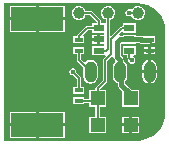
<source format=gbl>
G04*
G04 #@! TF.GenerationSoftware,Altium Limited,Altium Designer,25.1.2 (22)*
G04*
G04 Layer_Physical_Order=2*
G04 Layer_Color=16711680*
%FSLAX44Y44*%
%MOMM*%
G71*
G04*
G04 #@! TF.SameCoordinates,AE164387-2BA8-4131-8792-411A74241D84*
G04*
G04*
G04 #@! TF.FilePolarity,Positive*
G04*
G01*
G75*
%ADD16C,0.1500*%
%ADD17O,1.0000X1.8000*%
%ADD18C,0.4000*%
%ADD19R,0.9000X0.6000*%
%ADD20R,4.5000X2.0000*%
%ADD21C,1.0000*%
%ADD22R,1.2000X1.2000*%
%ADD23R,0.7000X0.4000*%
%ADD24C,0.4000*%
G36*
X249533Y117788D02*
X253892Y116466D01*
X257909Y114319D01*
X261430Y111430D01*
X264319Y107909D01*
X266466Y103892D01*
X267788Y99533D01*
X268228Y95064D01*
X268216Y95000D01*
Y25000D01*
X268228Y24936D01*
X267788Y20467D01*
X266466Y16108D01*
X264319Y12091D01*
X261430Y8571D01*
X257909Y5681D01*
X253892Y3534D01*
X249533Y2212D01*
X245065Y1771D01*
X245000Y1784D01*
X131784Y1784D01*
Y118216D01*
X245000D01*
X245065Y118229D01*
X249533Y117788D01*
D02*
G37*
%LPC*%
G36*
X246194Y116000D02*
X243806D01*
X241601Y115087D01*
X239914Y113399D01*
X238333Y112902D01*
X238097Y113000D01*
X236903D01*
X235801Y112543D01*
X234957Y111699D01*
X234500Y110597D01*
Y109403D01*
X234957Y108301D01*
X235801Y107457D01*
X236903Y107000D01*
X238097D01*
X238333Y107098D01*
X239914Y106601D01*
X241601Y104914D01*
X243806Y104000D01*
X246194D01*
X248399Y104914D01*
X250086Y106601D01*
X251000Y108806D01*
Y111194D01*
X250086Y113399D01*
X248399Y115087D01*
X246194Y116000D01*
D02*
G37*
G36*
X183500Y115750D02*
X161270D01*
Y106020D01*
X183500D01*
Y115750D01*
D02*
G37*
G36*
X158730D02*
X136500D01*
Y106020D01*
X158730D01*
Y115750D01*
D02*
G37*
G36*
X221194Y116000D02*
X218806D01*
X216601Y115087D01*
X214913Y113399D01*
X214000Y111194D01*
Y108806D01*
X214913Y106601D01*
X216601Y104914D01*
X217716Y104452D01*
Y102181D01*
X217500Y101000D01*
X216446Y101000D01*
X213784D01*
Y103000D01*
X213648Y103683D01*
X213262Y104262D01*
X206262Y111262D01*
X205683Y111649D01*
X205000Y111784D01*
X200755D01*
X200086Y113399D01*
X198399Y115087D01*
X196194Y116000D01*
X193806D01*
X191601Y115087D01*
X189913Y113399D01*
X189000Y111194D01*
Y108806D01*
X189913Y106601D01*
X191601Y104914D01*
X193806Y104000D01*
X196194D01*
X198399Y104914D01*
X200086Y106601D01*
X200755Y108216D01*
X204261D01*
X210207Y102270D01*
X210194Y101000D01*
X206500D01*
Y98784D01*
X202000D01*
X201317Y98649D01*
X200738Y98262D01*
X193738Y91262D01*
X193351Y90683D01*
X193216Y90000D01*
X190500D01*
Y84000D01*
X199500D01*
Y90000D01*
X199183D01*
X198697Y91173D01*
X202739Y95216D01*
X206500D01*
Y93000D01*
X216233Y93000D01*
X216676Y92250D01*
X216233Y91500D01*
X213270D01*
Y87500D01*
Y83500D01*
X216233Y83500D01*
X216676Y82750D01*
X216233Y82000D01*
X206500D01*
Y74000D01*
X216276D01*
X216880Y74000D01*
X217717Y72952D01*
X217698Y72721D01*
X216238Y71262D01*
X215851Y70683D01*
X215716Y70000D01*
Y53239D01*
X209738Y47262D01*
X209352Y46683D01*
X209216Y46000D01*
Y44500D01*
X204000D01*
Y36784D01*
X199500D01*
Y38500D01*
X190500D01*
Y32500D01*
X199500D01*
Y33216D01*
X204000D01*
Y30500D01*
X209216D01*
Y22000D01*
X204000D01*
Y8000D01*
X218000D01*
Y22000D01*
X212784D01*
Y30500D01*
X218000D01*
Y44500D01*
X213819D01*
X213293Y45770D01*
X218762Y51238D01*
X219149Y51817D01*
X219284Y52500D01*
Y69261D01*
X223171Y73148D01*
X224441Y72622D01*
Y72500D01*
X224441Y72500D01*
X224674Y71329D01*
X225337Y70337D01*
X225970Y69704D01*
X225846Y68440D01*
X225674Y68326D01*
X224348Y66341D01*
X223883Y64000D01*
Y56000D01*
X224348Y53659D01*
X225674Y51674D01*
X227659Y50348D01*
X228089Y50262D01*
Y48852D01*
X228089Y48852D01*
X228322Y47681D01*
X228985Y46689D01*
X232000Y43674D01*
Y30500D01*
X246000D01*
Y44500D01*
X239826D01*
X234207Y50119D01*
Y51595D01*
X234326Y51674D01*
X235652Y53659D01*
X236117Y56000D01*
Y64000D01*
X235652Y66341D01*
X234326Y68326D01*
X233059Y69172D01*
Y70000D01*
X233059Y70000D01*
X232826Y71171D01*
X232163Y72163D01*
X230559Y73767D01*
Y83422D01*
X231230Y84074D01*
X232500Y83616D01*
Y83500D01*
X243500D01*
Y84441D01*
X246430D01*
X246829Y84174D01*
X248000Y83941D01*
X255000D01*
X255296Y84000D01*
X259500D01*
Y90000D01*
X255296D01*
X255000Y90059D01*
X249070D01*
X248671Y90326D01*
X247500Y90559D01*
X247500Y90559D01*
X243500D01*
Y91500D01*
X232500D01*
Y90559D01*
X230000D01*
X230000Y90559D01*
X229848Y90528D01*
X229222Y91699D01*
X231327Y93803D01*
X232500Y93317D01*
Y93000D01*
X243500D01*
Y101000D01*
X232500D01*
Y98784D01*
X232000D01*
X231317Y98649D01*
X230738Y98262D01*
X222458Y89981D01*
X221284Y90467D01*
Y104038D01*
X223399Y104914D01*
X225086Y106601D01*
X226000Y108806D01*
Y111194D01*
X225086Y113399D01*
X223399Y115087D01*
X221194Y116000D01*
D02*
G37*
G36*
X183500Y103480D02*
X161270D01*
Y93750D01*
X183500D01*
Y103480D01*
D02*
G37*
G36*
X158730D02*
X136500D01*
Y93750D01*
X158730D01*
Y103480D01*
D02*
G37*
G36*
X210730Y91500D02*
X206500D01*
Y88770D01*
X210730D01*
Y91500D01*
D02*
G37*
G36*
Y86230D02*
X206500D01*
Y83500D01*
X210730D01*
Y86230D01*
D02*
G37*
G36*
X259500Y81000D02*
X256270D01*
Y79270D01*
X259500D01*
Y81000D01*
D02*
G37*
G36*
X253730D02*
X250500D01*
Y79270D01*
X253730D01*
Y81000D01*
D02*
G37*
G36*
X259500Y76730D02*
X256270D01*
Y75000D01*
X259500D01*
Y76730D01*
D02*
G37*
G36*
X253730D02*
X250500D01*
Y75000D01*
X253730D01*
Y76730D01*
D02*
G37*
G36*
X243500Y82000D02*
X232500D01*
Y74000D01*
X236216D01*
Y72000D01*
X236352Y71317D01*
X236738Y70738D01*
X237000Y70477D01*
Y69403D01*
X237457Y68301D01*
X238301Y67457D01*
X239403Y67000D01*
X240597D01*
X241699Y67457D01*
X242543Y68301D01*
X243000Y69403D01*
Y70597D01*
X242543Y71699D01*
X241699Y72543D01*
X241249Y72730D01*
X241501Y74000D01*
X243500D01*
Y82000D01*
D02*
G37*
G36*
X256270Y69865D02*
Y61270D01*
X261117D01*
Y64000D01*
X260652Y66341D01*
X259326Y68326D01*
X257341Y69652D01*
X256270Y69865D01*
D02*
G37*
G36*
X253730D02*
X252659Y69652D01*
X250674Y68326D01*
X249348Y66341D01*
X248883Y64000D01*
Y61270D01*
X253730D01*
Y69865D01*
D02*
G37*
G36*
X261117Y58730D02*
X256270D01*
Y50135D01*
X257341Y50348D01*
X259326Y51674D01*
X260652Y53659D01*
X261117Y56000D01*
Y58730D01*
D02*
G37*
G36*
X253730D02*
X248883D01*
Y56000D01*
X249348Y53659D01*
X250674Y51674D01*
X252659Y50348D01*
X253730Y50135D01*
Y58730D01*
D02*
G37*
G36*
X199500Y81000D02*
X190500D01*
Y75000D01*
X193216D01*
Y70000D01*
X193351Y69317D01*
X193738Y68738D01*
X198883Y63594D01*
Y56000D01*
X199348Y53659D01*
X200674Y51674D01*
X202659Y50348D01*
X205000Y49882D01*
X207341Y50348D01*
X209326Y51674D01*
X210652Y53659D01*
X211117Y56000D01*
Y64000D01*
X210652Y66341D01*
X209326Y68326D01*
X207341Y69652D01*
X205000Y70118D01*
X202659Y69652D01*
X200674Y68326D01*
X200639Y68273D01*
X199375Y68148D01*
X196784Y70739D01*
Y75000D01*
X199500D01*
Y81000D01*
D02*
G37*
G36*
X190597Y63000D02*
X189403D01*
X188301Y62543D01*
X187457Y61699D01*
X187000Y60597D01*
Y59403D01*
X187457Y58301D01*
X188301Y57457D01*
X189403Y57000D01*
X190477D01*
X193216Y54261D01*
Y47500D01*
X190500D01*
Y41500D01*
X199500D01*
Y47500D01*
X196784D01*
Y55000D01*
X196649Y55683D01*
X196262Y56262D01*
X193000Y59523D01*
Y60597D01*
X192543Y61699D01*
X191699Y62543D01*
X190597Y63000D01*
D02*
G37*
G36*
X183500Y26250D02*
X161270D01*
Y16520D01*
X183500D01*
Y26250D01*
D02*
G37*
G36*
X158730D02*
X136500D01*
Y16520D01*
X158730D01*
Y26250D01*
D02*
G37*
G36*
X246000Y22000D02*
X240270D01*
Y16270D01*
X246000D01*
Y22000D01*
D02*
G37*
G36*
X237730D02*
X232000D01*
Y16270D01*
X237730D01*
Y22000D01*
D02*
G37*
G36*
X246000Y13730D02*
X240270D01*
Y8000D01*
X246000D01*
Y13730D01*
D02*
G37*
G36*
X237730D02*
X232000D01*
Y8000D01*
X237730D01*
Y13730D01*
D02*
G37*
G36*
X183500Y13980D02*
X161270D01*
Y4250D01*
X183500D01*
Y13980D01*
D02*
G37*
G36*
X158730D02*
X136500D01*
Y4250D01*
X158730D01*
Y13980D01*
D02*
G37*
%LPD*%
D16*
X211000Y37500D02*
Y46000D01*
X195500Y35000D02*
X211000D01*
Y37500D01*
Y15000D02*
Y35000D01*
X238000Y72000D02*
X240000Y70000D01*
X238000Y72000D02*
Y78000D01*
X195000Y110000D02*
X205000D01*
X212000Y97000D02*
Y103000D01*
X205000Y110000D02*
X212000Y103000D01*
X219500Y109500D02*
X220000Y110000D01*
X237500D02*
X245000D01*
X237500Y77500D02*
X238000Y78000D01*
X217500Y70000D02*
X222500Y75000D01*
Y87500D01*
X232000Y97000D01*
X218000Y78000D02*
X219500Y79500D01*
Y109500D01*
X232000Y97000D02*
X238000D01*
X211000Y46000D02*
X217500Y52500D01*
Y70000D01*
X212000Y78000D02*
X218000D01*
X195000Y70000D02*
X205000Y60000D01*
X195000Y70000D02*
Y78000D01*
Y87000D02*
Y90000D01*
X202000Y97000D01*
X212000D01*
X190000Y60000D02*
X195000Y55000D01*
Y44500D02*
Y55000D01*
Y35500D02*
X195500Y35000D01*
D17*
X255000Y60000D02*
D03*
X230000D02*
D03*
X205000D02*
D03*
D18*
X240000Y70000D02*
D03*
X237500Y110000D02*
D03*
X190000Y60000D02*
D03*
D19*
X238000Y78000D02*
D03*
X212000Y97000D02*
D03*
Y87500D02*
D03*
Y78000D02*
D03*
X238000Y97000D02*
D03*
Y87500D02*
D03*
D20*
X160000Y104750D02*
D03*
Y15250D02*
D03*
D21*
X245000Y110000D02*
D03*
X220000D02*
D03*
X195000D02*
D03*
D22*
X239000Y37500D02*
D03*
X211000D02*
D03*
Y15000D02*
D03*
X239000D02*
D03*
D23*
X195000Y44500D02*
D03*
Y35500D02*
D03*
Y78000D02*
D03*
Y87000D02*
D03*
X255000D02*
D03*
Y78000D02*
D03*
D24*
X239000Y35000D02*
Y37500D01*
Y41000D01*
X231148Y48852D02*
X239000Y41000D01*
X231148Y48852D02*
Y58852D01*
X230000Y60000D02*
X231148Y58852D01*
X230000Y60000D02*
Y70000D01*
X247500Y87500D02*
X248000Y87000D01*
X238000Y87500D02*
X247500D01*
X248000Y87000D02*
X255000D01*
X227500Y72500D02*
X230000Y70000D01*
X227500Y72500D02*
Y85000D01*
X230000Y87500D02*
X238000D01*
X227500Y85000D02*
X230000Y87500D01*
M02*

</source>
